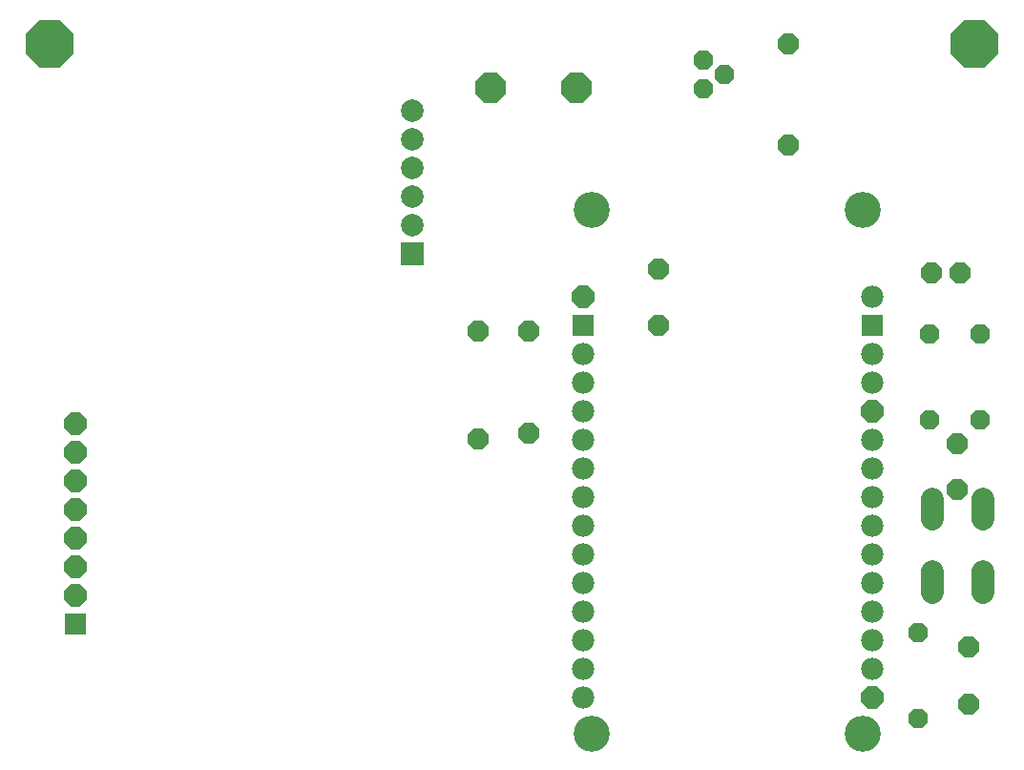
<source format=gbr>
G75*
%MOIN*%
%OFA0B0*%
%FSLAX25Y25*%
%IPPOS*%
%LPD*%
%AMOC8*
5,1,8,0,0,1.08239X$1,22.5*
%
%ADD10OC8,0.10800*%
%ADD11OC8,0.07800*%
%ADD12R,0.07800X0.07800*%
%ADD13OC8,0.07150*%
%ADD14C,0.12611*%
%ADD15C,0.07800*%
%ADD16C,0.07887*%
%ADD17R,0.07887X0.07887*%
%ADD18OC8,0.06706*%
%ADD19C,0.07950*%
%ADD20OC8,0.07400*%
%ADD21OC8,0.16548*%
D10*
X0193894Y0278991D03*
X0223894Y0278991D03*
D11*
X0226453Y0205927D03*
X0327241Y0165927D03*
X0327241Y0065927D03*
X0048934Y0101531D03*
X0048934Y0111531D03*
X0048934Y0121531D03*
X0048934Y0131531D03*
X0048934Y0141531D03*
X0048934Y0151531D03*
X0048934Y0161531D03*
D12*
X0048934Y0091531D03*
X0226453Y0195927D03*
X0327241Y0195927D03*
D13*
X0347910Y0214346D03*
X0357910Y0214346D03*
X0361020Y0083794D03*
X0361020Y0063794D03*
D14*
X0323894Y0053361D03*
X0229406Y0053361D03*
X0229406Y0236432D03*
X0323894Y0236432D03*
D15*
X0327241Y0205927D03*
X0327241Y0185927D03*
X0327241Y0175927D03*
X0327241Y0155927D03*
X0327241Y0145927D03*
X0327241Y0135927D03*
X0327241Y0125927D03*
X0327241Y0115927D03*
X0327241Y0105927D03*
X0327241Y0095927D03*
X0327241Y0085927D03*
X0327241Y0075927D03*
X0226453Y0075927D03*
X0226453Y0085927D03*
X0226453Y0095927D03*
X0226453Y0105927D03*
X0226453Y0115927D03*
X0226453Y0125927D03*
X0226453Y0135927D03*
X0226453Y0145927D03*
X0226453Y0155927D03*
X0226453Y0165927D03*
X0226453Y0175927D03*
X0226453Y0185927D03*
X0226453Y0065927D03*
D16*
X0166512Y0231078D03*
X0166512Y0241078D03*
X0166512Y0251078D03*
X0166512Y0261078D03*
X0166512Y0271078D03*
D17*
X0166512Y0221078D03*
D18*
X0268501Y0278794D03*
X0275607Y0283794D03*
X0268501Y0288794D03*
X0347241Y0193125D03*
X0364957Y0193125D03*
X0364957Y0163125D03*
X0347241Y0163125D03*
X0343304Y0088794D03*
X0343304Y0058794D03*
D19*
X0348183Y0102695D02*
X0348183Y0109845D01*
X0365983Y0109845D02*
X0365983Y0102695D01*
X0365983Y0128295D02*
X0365983Y0135445D01*
X0348183Y0135445D02*
X0348183Y0128295D01*
D20*
X0357083Y0138755D03*
X0357083Y0154503D03*
X0252753Y0195927D03*
X0252753Y0215527D03*
X0207477Y0193873D03*
X0189760Y0193873D03*
X0207477Y0158440D03*
X0189760Y0156472D03*
X0298028Y0258834D03*
X0298028Y0294267D03*
D21*
X0362989Y0294267D03*
X0040154Y0294267D03*
M02*

</source>
